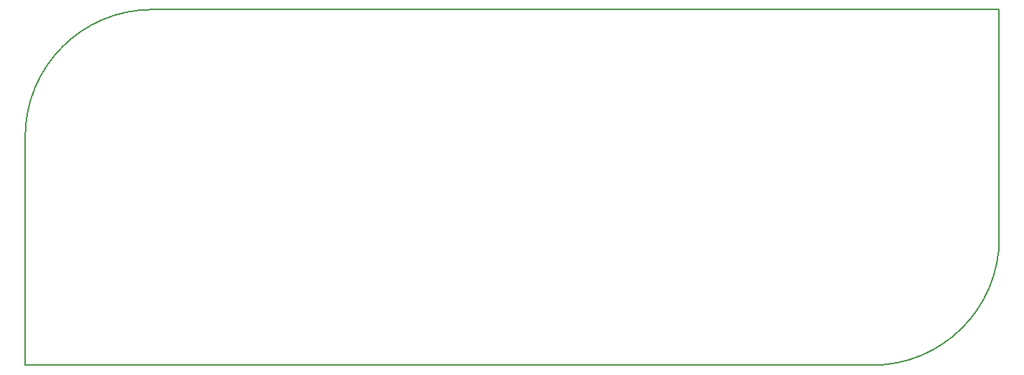
<source format=gm1>
G04*
G04 #@! TF.GenerationSoftware,Altium Limited,Altium Designer,18.1.9 (240)*
G04*
G04 Layer_Color=16711935*
%FSLAX25Y25*%
%MOIN*%
G70*
G01*
G75*
%ADD14C,0.00787*%
D14*
X393701Y-82677D02*
G03*
X452756Y-23622I-0J59055D01*
G01*
X59055Y82677D02*
G03*
X0Y23622I0J-59055D01*
G01*
X354331Y-82677D02*
X393701D01*
X452756Y-23622D02*
Y82677D01*
X413386D02*
X452756D01*
X303150Y-82677D02*
X354331D01*
X362205Y82677D02*
X413386D01*
X0Y-82677D02*
X303150D01*
X0D02*
Y23622D01*
X59055Y82677D02*
X362205D01*
M02*

</source>
